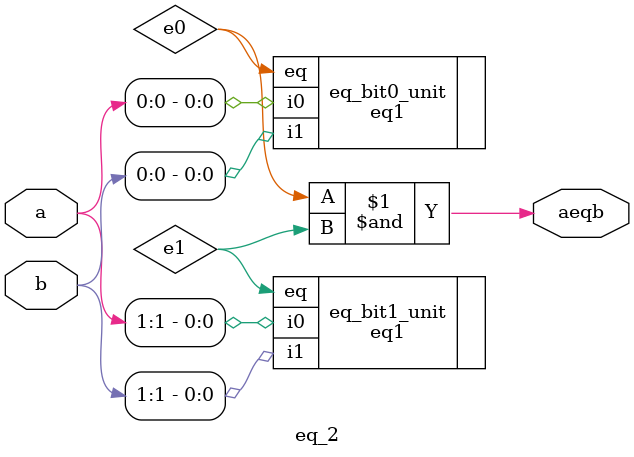
<source format=v>
module eq_2
   (
    input  wire[1:0] a, b,
    output wire aeqb
   );

   // internal signal declaration
   wire e0, e1;

   // body
   // instantiate two 1-bit comparators
   eq1 eq_bit0_unit (.i0(a[0]), .i1(b[0]), .eq(e0));
   eq1 eq_bit1_unit (.eq(e1), .i0(a[1]), .i1(b[1]));
	

   // a and b are equal if individual bits are equal
   assign aeqb = e0 & e1;
   
   

endmodule
</source>
